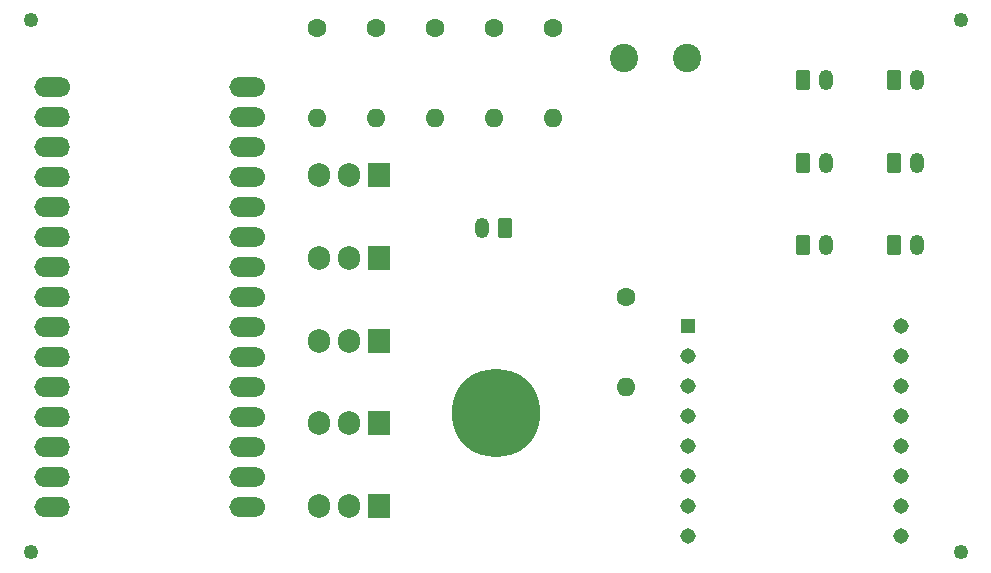
<source format=gbr>
%TF.GenerationSoftware,KiCad,Pcbnew,(6.0.6)*%
%TF.CreationDate,2022-06-23T13:36:09-07:00*%
%TF.ProjectId,KnightPCB,4b6e6967-6874-4504-9342-2e6b69636164,rev?*%
%TF.SameCoordinates,Original*%
%TF.FileFunction,Soldermask,Top*%
%TF.FilePolarity,Negative*%
%FSLAX46Y46*%
G04 Gerber Fmt 4.6, Leading zero omitted, Abs format (unit mm)*
G04 Created by KiCad (PCBNEW (6.0.6)) date 2022-06-23 13:36:09*
%MOMM*%
%LPD*%
G01*
G04 APERTURE LIST*
G04 Aperture macros list*
%AMRoundRect*
0 Rectangle with rounded corners*
0 $1 Rounding radius*
0 $2 $3 $4 $5 $6 $7 $8 $9 X,Y pos of 4 corners*
0 Add a 4 corners polygon primitive as box body*
4,1,4,$2,$3,$4,$5,$6,$7,$8,$9,$2,$3,0*
0 Add four circle primitives for the rounded corners*
1,1,$1+$1,$2,$3*
1,1,$1+$1,$4,$5*
1,1,$1+$1,$6,$7*
1,1,$1+$1,$8,$9*
0 Add four rect primitives between the rounded corners*
20,1,$1+$1,$2,$3,$4,$5,0*
20,1,$1+$1,$4,$5,$6,$7,0*
20,1,$1+$1,$6,$7,$8,$9,0*
20,1,$1+$1,$8,$9,$2,$3,0*%
G04 Aperture macros list end*
%ADD10C,7.500000*%
%ADD11RoundRect,0.250000X-0.350000X-0.625000X0.350000X-0.625000X0.350000X0.625000X-0.350000X0.625000X0*%
%ADD12O,1.200000X1.750000*%
%ADD13C,1.600000*%
%ADD14O,1.600000X1.600000*%
%ADD15R,1.308000X1.308000*%
%ADD16C,1.308000*%
%ADD17R,1.905000X2.000000*%
%ADD18O,1.905000X2.000000*%
%ADD19C,1.250000*%
%ADD20C,2.400000*%
%ADD21C,1.700000*%
%ADD22O,3.000000X1.700000*%
%ADD23O,1.700000X1.700000*%
%ADD24RoundRect,0.250000X0.350000X0.625000X-0.350000X0.625000X-0.350000X-0.625000X0.350000X-0.625000X0*%
G04 APERTURE END LIST*
D10*
%TO.C,H5*%
X96700000Y-69250000D03*
%TD*%
D11*
%TO.C,J6*%
X130400000Y-55050000D03*
D12*
X132400000Y-55050000D03*
%TD*%
D11*
%TO.C,J5*%
X122700000Y-41050000D03*
D12*
X124700000Y-41050000D03*
%TD*%
%TO.C,J4*%
X132400000Y-41050000D03*
D11*
X130400000Y-41050000D03*
%TD*%
%TO.C,J3*%
X122700000Y-48050000D03*
D12*
X124700000Y-48050000D03*
%TD*%
%TO.C,J2*%
X132400000Y-48050000D03*
D11*
X130400000Y-48050000D03*
%TD*%
%TO.C,J1*%
X122700000Y-55050000D03*
D12*
X124700000Y-55050000D03*
%TD*%
D13*
%TO.C,R10*%
X107750000Y-59380000D03*
D14*
X107750000Y-67000000D03*
%TD*%
D13*
%TO.C,R2*%
X96567500Y-36615000D03*
D14*
X96567500Y-44235000D03*
%TD*%
D15*
%TO.C,U1*%
X113015500Y-61910000D03*
D16*
X113015500Y-64450000D03*
X113015500Y-66990000D03*
X113015500Y-69530000D03*
X113015500Y-72070000D03*
X113015500Y-74610000D03*
X113015500Y-77150000D03*
X113015500Y-79690000D03*
X131049500Y-79690000D03*
X131049500Y-77150000D03*
X131049500Y-74610000D03*
X131049500Y-72070000D03*
X131049500Y-69530000D03*
X131049500Y-66990000D03*
X131049500Y-64450000D03*
X131049500Y-61910000D03*
%TD*%
D17*
%TO.C,Q1*%
X86800000Y-77105000D03*
D18*
X84260000Y-77105000D03*
X81720000Y-77105000D03*
%TD*%
D13*
%TO.C,R3*%
X91567500Y-36615000D03*
D14*
X91567500Y-44235000D03*
%TD*%
D13*
%TO.C,R4*%
X86567500Y-36615000D03*
D14*
X86567500Y-44235000D03*
%TD*%
D19*
%TO.C,H1*%
X57350000Y-36000000D03*
%TD*%
D13*
%TO.C,R5*%
X81567500Y-36615000D03*
D14*
X81567500Y-44235000D03*
%TD*%
D17*
%TO.C,Q5*%
X86800000Y-49105000D03*
D18*
X84260000Y-49105000D03*
X81720000Y-49105000D03*
%TD*%
D19*
%TO.C,H4*%
X136050000Y-81000000D03*
%TD*%
D17*
%TO.C,Q3*%
X86800000Y-63105000D03*
D18*
X84260000Y-63105000D03*
X81720000Y-63105000D03*
%TD*%
D13*
%TO.C,R1*%
X101567500Y-36615000D03*
D14*
X101567500Y-44235000D03*
%TD*%
D20*
%TO.C,SW1*%
X112850000Y-39200000D03*
X107550000Y-39200000D03*
%TD*%
D21*
%TO.C,A1*%
X76290000Y-77205000D03*
X75020000Y-77205000D03*
D22*
X75655000Y-77205000D03*
D23*
X75020000Y-74665000D03*
D22*
X75655000Y-74665000D03*
D21*
X76290000Y-74665000D03*
D23*
X75020000Y-72125000D03*
D22*
X75655000Y-72125000D03*
D21*
X76290000Y-72125000D03*
D23*
X75020000Y-69585000D03*
D21*
X76290000Y-69585000D03*
D22*
X75655000Y-69585000D03*
X75655000Y-67045000D03*
D23*
X75020000Y-67045000D03*
D21*
X76290000Y-67045000D03*
D23*
X75020000Y-64505000D03*
D21*
X76290000Y-64505000D03*
D22*
X75655000Y-64505000D03*
D23*
X75020000Y-61965000D03*
D22*
X75655000Y-61965000D03*
D21*
X76290000Y-61965000D03*
D23*
X75020000Y-59425000D03*
D21*
X76290000Y-59425000D03*
D22*
X75655000Y-59425000D03*
X75655000Y-56885000D03*
D21*
X76290000Y-56885000D03*
D23*
X75020000Y-56885000D03*
X75020000Y-54345000D03*
D22*
X75655000Y-54345000D03*
D21*
X76290000Y-54345000D03*
D23*
X75020000Y-51805000D03*
D22*
X75655000Y-51805000D03*
D21*
X76290000Y-51805000D03*
X76290000Y-49265000D03*
D22*
X75655000Y-49265000D03*
D23*
X75020000Y-49265000D03*
X75020000Y-46725000D03*
D22*
X75655000Y-46725000D03*
D21*
X76290000Y-46725000D03*
D22*
X75655000Y-44185000D03*
D23*
X75020000Y-44185000D03*
D21*
X76290000Y-44185000D03*
X76290000Y-41645000D03*
D23*
X75020000Y-41645000D03*
D22*
X75655000Y-41645000D03*
X59145000Y-41645000D03*
D21*
X58510000Y-41645000D03*
X59780000Y-41645000D03*
X58510000Y-44185000D03*
D22*
X59145000Y-44185000D03*
D23*
X59780000Y-44185000D03*
D22*
X59145000Y-46725000D03*
D21*
X58510000Y-46725000D03*
D23*
X59780000Y-46725000D03*
D21*
X58510000Y-49265000D03*
D22*
X59145000Y-49265000D03*
D23*
X59780000Y-49265000D03*
D21*
X58510000Y-51805000D03*
D23*
X59780000Y-51805000D03*
D22*
X59145000Y-51805000D03*
D21*
X58510000Y-54345000D03*
D23*
X59780000Y-54345000D03*
D22*
X59145000Y-54345000D03*
X59145000Y-56885000D03*
D23*
X59780000Y-56885000D03*
D21*
X58510000Y-56885000D03*
D22*
X59145000Y-59425000D03*
D21*
X58510000Y-59425000D03*
D23*
X59780000Y-59425000D03*
D22*
X59145000Y-61965000D03*
D23*
X59780000Y-61965000D03*
D21*
X58510000Y-61965000D03*
X58510000Y-64505000D03*
D23*
X59780000Y-64505000D03*
D22*
X59145000Y-64505000D03*
D21*
X58510000Y-67045000D03*
D22*
X59145000Y-67045000D03*
D23*
X59780000Y-67045000D03*
X59780000Y-69585000D03*
D21*
X58510000Y-69585000D03*
D22*
X59145000Y-69585000D03*
X59145000Y-72125000D03*
D21*
X58510000Y-72125000D03*
D23*
X59780000Y-72125000D03*
D21*
X58510000Y-74665000D03*
D23*
X59780000Y-74665000D03*
D22*
X59145000Y-74665000D03*
D23*
X59780000Y-77205000D03*
D21*
X58510000Y-77205000D03*
D22*
X59145000Y-77205000D03*
%TD*%
D17*
%TO.C,Q4*%
X86800000Y-56105000D03*
D18*
X84260000Y-56105000D03*
X81720000Y-56105000D03*
%TD*%
D19*
%TO.C,H2*%
X136050000Y-36000000D03*
%TD*%
D17*
%TO.C,Q2*%
X86800000Y-70105000D03*
D18*
X84260000Y-70105000D03*
X81720000Y-70105000D03*
%TD*%
D19*
%TO.C,H3*%
X57350000Y-81000000D03*
%TD*%
D24*
%TO.C,J0+12v1*%
X97500000Y-53600000D03*
D12*
X95500000Y-53600000D03*
%TD*%
M02*

</source>
